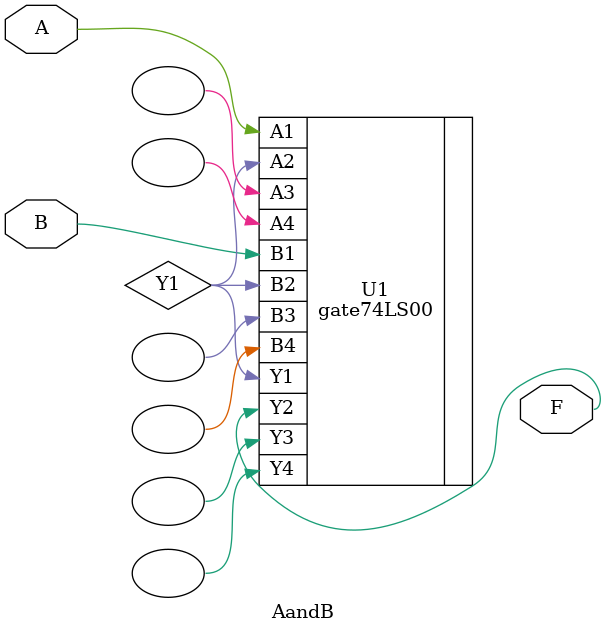
<source format=v>
module AandB(A,B,F);
    input A,B;
    output F;
    wire Y1;
  gate74LS00 U1(.A1(A),.B1(B),.Y1(Y1),.A2(Y1),.B2(Y1),.Y2(F),.A3(),.B3(),.Y3(),.A4(),.B4(),.Y4());
endmodule
</source>
